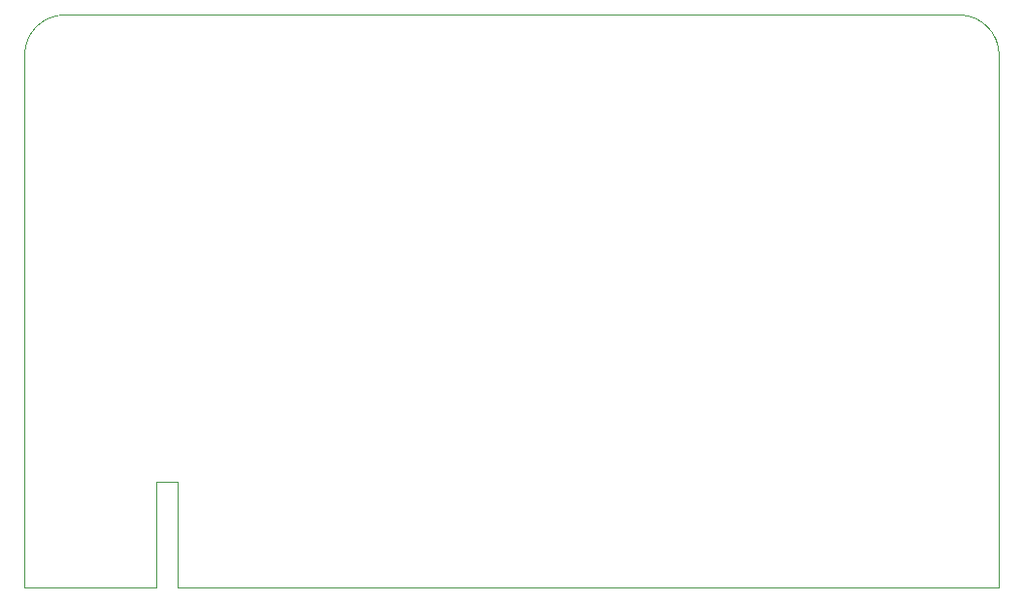
<source format=gbr>
G04 #@! TF.GenerationSoftware,KiCad,Pcbnew,(5.1.5)-3*
G04 #@! TF.CreationDate,2020-01-11T02:44:03+09:00*
G04 #@! TF.ProjectId,H-Bridge-MD,482d4272-6964-4676-952d-4d442e6b6963,rev?*
G04 #@! TF.SameCoordinates,Original*
G04 #@! TF.FileFunction,Profile,NP*
%FSLAX46Y46*%
G04 Gerber Fmt 4.6, Leading zero omitted, Abs format (unit mm)*
G04 Created by KiCad (PCBNEW (5.1.5)-3) date 2020-01-11 02:44:03*
%MOMM*%
%LPD*%
G04 APERTURE LIST*
%ADD10C,0.050000*%
G04 APERTURE END LIST*
D10*
X50000000Y-90000000D02*
X61468000Y-90000000D01*
X63373000Y-90000000D02*
X135000000Y-90000000D01*
X63373000Y-80772000D02*
X61468000Y-80772000D01*
X50000000Y-43500000D02*
G75*
G02X53500000Y-40000000I3500000J0D01*
G01*
X131500000Y-40000000D02*
G75*
G02X135000000Y-43500000I0J-3500000D01*
G01*
X63373000Y-80772000D02*
X63373000Y-90000000D01*
X61468000Y-90000000D02*
X61468000Y-80772000D01*
X131500000Y-40000000D02*
X53500000Y-40000000D01*
X50000000Y-43500000D02*
X50000000Y-90000000D01*
X135000000Y-43500000D02*
X135000000Y-90000000D01*
M02*

</source>
